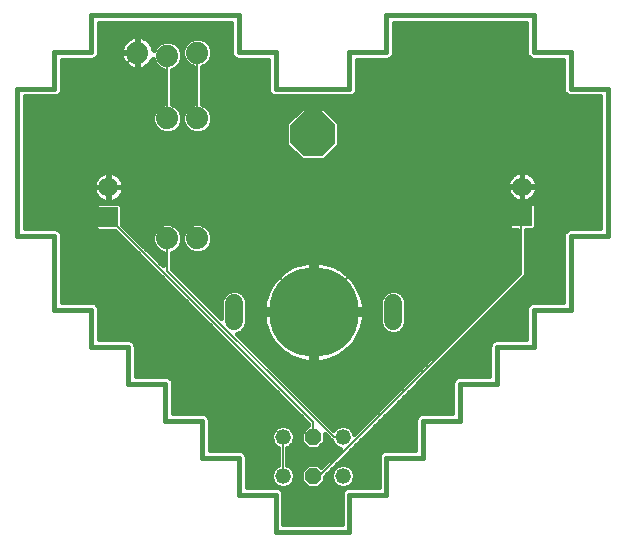
<source format=gtl>
G75*
%MOIN*%
%OFA0B0*%
%FSLAX25Y25*%
%IPPOS*%
%LPD*%
%AMOC8*
5,1,8,0,0,1.08239X$1,22.5*
%
%ADD10C,0.01600*%
%ADD11C,0.06000*%
%ADD12C,0.30000*%
%ADD13R,0.06500X0.06500*%
%ADD14C,0.06500*%
%ADD15C,0.07400*%
%ADD16OC8,0.15000*%
%ADD17OC8,0.05200*%
%ADD18C,0.05200*%
%ADD19C,0.00500*%
D10*
X0087922Y0075619D02*
X0087922Y0087922D01*
X0075619Y0087922D01*
X0075619Y0100225D01*
X0063316Y0100225D01*
X0063316Y0124831D01*
X0051013Y0124831D01*
X0051013Y0174044D01*
X0063316Y0174044D01*
X0063316Y0186347D01*
X0075619Y0186347D01*
X0075619Y0198650D01*
X0124831Y0198650D01*
X0124831Y0186347D01*
X0137135Y0186347D01*
X0137135Y0174044D01*
X0161741Y0174044D01*
X0161741Y0186347D01*
X0174044Y0186347D01*
X0174044Y0198650D01*
X0223257Y0198650D01*
X0223257Y0186347D01*
X0235560Y0186347D01*
X0235560Y0174044D01*
X0247863Y0174044D01*
X0247863Y0124831D01*
X0235560Y0124831D01*
X0235560Y0100225D01*
X0223257Y0100225D01*
X0223257Y0087922D01*
X0210954Y0087922D01*
X0210954Y0075619D01*
X0198650Y0075619D01*
X0198650Y0063316D01*
X0186347Y0063316D01*
X0186347Y0051013D01*
X0174044Y0051013D01*
X0174044Y0038709D01*
X0161741Y0038709D01*
X0161741Y0026406D01*
X0137135Y0026406D01*
X0137135Y0038709D01*
X0124831Y0038709D01*
X0124831Y0051013D01*
X0112528Y0051013D01*
X0112528Y0063316D01*
X0100225Y0063316D01*
X0100225Y0075619D01*
X0087922Y0075619D01*
X0090522Y0078219D02*
X0090522Y0088439D01*
X0090126Y0089395D01*
X0089395Y0090126D01*
X0088439Y0090522D01*
X0078219Y0090522D01*
X0078219Y0100742D01*
X0077823Y0101698D01*
X0077092Y0102429D01*
X0076136Y0102825D01*
X0065916Y0102825D01*
X0065916Y0125349D01*
X0065520Y0126304D01*
X0064789Y0127036D01*
X0063833Y0127431D01*
X0053613Y0127431D01*
X0053613Y0171444D01*
X0062799Y0171444D01*
X0063833Y0171444D01*
X0064789Y0171840D01*
X0065520Y0172571D01*
X0065916Y0173527D01*
X0065916Y0183747D01*
X0076136Y0183747D01*
X0077092Y0184143D01*
X0077823Y0184874D01*
X0078219Y0185830D01*
X0078219Y0196050D01*
X0122231Y0196050D01*
X0122231Y0185830D01*
X0122627Y0184874D01*
X0123359Y0184143D01*
X0124314Y0183747D01*
X0134535Y0183747D01*
X0134535Y0173527D01*
X0134930Y0172571D01*
X0135662Y0171840D01*
X0136617Y0171444D01*
X0162258Y0171444D01*
X0163214Y0171840D01*
X0163945Y0172571D01*
X0164341Y0173527D01*
X0164341Y0183747D01*
X0174561Y0183747D01*
X0175517Y0184143D01*
X0176248Y0184874D01*
X0176644Y0185830D01*
X0176644Y0196050D01*
X0220657Y0196050D01*
X0220657Y0185830D01*
X0221053Y0184874D01*
X0221784Y0184143D01*
X0222740Y0183747D01*
X0232960Y0183747D01*
X0232960Y0173527D01*
X0233356Y0172571D01*
X0234087Y0171840D01*
X0235043Y0171444D01*
X0245263Y0171444D01*
X0245263Y0127431D01*
X0235043Y0127431D01*
X0234087Y0127036D01*
X0233356Y0126304D01*
X0232960Y0125349D01*
X0232960Y0102825D01*
X0222740Y0102825D01*
X0221784Y0102429D01*
X0221053Y0101698D01*
X0220657Y0100742D01*
X0220657Y0090522D01*
X0210436Y0090522D01*
X0209481Y0090126D01*
X0208749Y0089395D01*
X0208354Y0088439D01*
X0208354Y0078219D01*
X0198133Y0078219D01*
X0197178Y0077823D01*
X0196446Y0077092D01*
X0196050Y0076136D01*
X0196050Y0065916D01*
X0185830Y0065916D01*
X0184874Y0065520D01*
X0184143Y0064789D01*
X0183747Y0063833D01*
X0183747Y0053613D01*
X0173527Y0053613D01*
X0172571Y0053217D01*
X0171840Y0052485D01*
X0171444Y0051530D01*
X0171444Y0041309D01*
X0161224Y0041309D01*
X0160268Y0040914D01*
X0159537Y0040182D01*
X0159141Y0039227D01*
X0159141Y0029006D01*
X0139735Y0029006D01*
X0139735Y0039227D01*
X0139339Y0040182D01*
X0138607Y0040914D01*
X0137652Y0041309D01*
X0127431Y0041309D01*
X0127431Y0051530D01*
X0127036Y0052485D01*
X0126304Y0053217D01*
X0125349Y0053613D01*
X0115128Y0053613D01*
X0115128Y0063833D01*
X0114733Y0064789D01*
X0114001Y0065520D01*
X0113046Y0065916D01*
X0102825Y0065916D01*
X0102825Y0076136D01*
X0102429Y0077092D01*
X0101698Y0077823D01*
X0100742Y0078219D01*
X0090522Y0078219D01*
X0090522Y0079157D02*
X0131070Y0079157D01*
X0132668Y0077559D02*
X0101962Y0077559D01*
X0102825Y0075960D02*
X0134267Y0075960D01*
X0135865Y0074362D02*
X0102825Y0074362D01*
X0102825Y0072763D02*
X0137464Y0072763D01*
X0139062Y0071165D02*
X0102825Y0071165D01*
X0102825Y0069566D02*
X0140661Y0069566D01*
X0142259Y0067968D02*
X0102825Y0067968D01*
X0102825Y0066369D02*
X0143858Y0066369D01*
X0145456Y0064771D02*
X0114740Y0064771D01*
X0115128Y0063172D02*
X0147055Y0063172D01*
X0147963Y0062264D02*
X0147963Y0061776D01*
X0147937Y0061776D01*
X0145652Y0059491D01*
X0145652Y0056260D01*
X0147937Y0053976D01*
X0151167Y0053976D01*
X0153452Y0056260D01*
X0153452Y0058775D01*
X0155871Y0056356D01*
X0155960Y0056356D01*
X0156246Y0055667D01*
X0157343Y0054570D01*
X0158503Y0054089D01*
X0152183Y0047768D01*
X0151167Y0048784D01*
X0147937Y0048784D01*
X0145652Y0046499D01*
X0145652Y0043268D01*
X0147937Y0040984D01*
X0151167Y0040984D01*
X0153452Y0043268D01*
X0153452Y0044654D01*
X0219655Y0110856D01*
X0220563Y0111764D01*
X0220563Y0126875D01*
X0223127Y0126875D01*
X0223888Y0127637D01*
X0223888Y0135214D01*
X0223127Y0135975D01*
X0215550Y0135975D01*
X0214789Y0135214D01*
X0214789Y0127637D01*
X0215550Y0126875D01*
X0217463Y0126875D01*
X0217463Y0113048D01*
X0163339Y0058925D01*
X0162858Y0060085D01*
X0161761Y0061182D01*
X0160328Y0061776D01*
X0158776Y0061776D01*
X0157343Y0061182D01*
X0156386Y0060225D01*
X0124244Y0092367D01*
X0125758Y0092995D01*
X0126968Y0094204D01*
X0127622Y0095785D01*
X0127622Y0103495D01*
X0126968Y0105076D01*
X0125758Y0106285D01*
X0124178Y0106940D01*
X0122467Y0106940D01*
X0120887Y0106285D01*
X0119677Y0105076D01*
X0119022Y0103495D01*
X0119022Y0097589D01*
X0102563Y0114048D01*
X0102563Y0119333D01*
X0103845Y0119864D01*
X0105251Y0121271D01*
X0106013Y0123109D01*
X0106774Y0121271D01*
X0108180Y0119864D01*
X0110018Y0119103D01*
X0112007Y0119103D01*
X0113845Y0119864D01*
X0115251Y0121271D01*
X0116013Y0123109D01*
X0116013Y0125098D01*
X0115251Y0126935D01*
X0113845Y0128342D01*
X0112007Y0129103D01*
X0110018Y0129103D01*
X0108180Y0128342D01*
X0106774Y0126935D01*
X0106013Y0125098D01*
X0106013Y0123109D01*
X0106013Y0125098D01*
X0105251Y0126935D01*
X0103845Y0128342D01*
X0102007Y0129103D01*
X0100018Y0129103D01*
X0098180Y0128342D01*
X0096774Y0126935D01*
X0096013Y0125098D01*
X0096013Y0123109D01*
X0096774Y0121271D01*
X0098180Y0119864D01*
X0099463Y0119333D01*
X0099463Y0115148D01*
X0085957Y0128654D01*
X0085957Y0135048D01*
X0085196Y0135810D01*
X0077619Y0135810D01*
X0076857Y0135048D01*
X0076857Y0127472D01*
X0077619Y0126710D01*
X0083517Y0126710D01*
X0147963Y0062264D01*
X0147734Y0061574D02*
X0140816Y0061574D01*
X0140328Y0061776D02*
X0141761Y0061182D01*
X0142858Y0060085D01*
X0143452Y0058652D01*
X0143452Y0057100D01*
X0142858Y0055667D01*
X0141761Y0054570D01*
X0141063Y0054280D01*
X0141063Y0048479D01*
X0141761Y0048190D01*
X0142858Y0047093D01*
X0143452Y0045659D01*
X0143452Y0044108D01*
X0142858Y0042675D01*
X0141761Y0041577D01*
X0140328Y0040984D01*
X0138776Y0040984D01*
X0137343Y0041577D01*
X0136246Y0042675D01*
X0135652Y0044108D01*
X0135652Y0045659D01*
X0136246Y0047093D01*
X0137343Y0048190D01*
X0137963Y0048447D01*
X0137963Y0054313D01*
X0137343Y0054570D01*
X0136246Y0055667D01*
X0135652Y0057100D01*
X0135652Y0058652D01*
X0136246Y0060085D01*
X0137343Y0061182D01*
X0138776Y0061776D01*
X0140328Y0061776D01*
X0138288Y0061574D02*
X0115128Y0061574D01*
X0115128Y0059975D02*
X0136200Y0059975D01*
X0135652Y0058377D02*
X0115128Y0058377D01*
X0115128Y0056778D02*
X0135785Y0056778D01*
X0136733Y0055180D02*
X0115128Y0055180D01*
X0125425Y0053581D02*
X0137963Y0053581D01*
X0137963Y0051982D02*
X0127244Y0051982D01*
X0127431Y0050384D02*
X0137963Y0050384D01*
X0137963Y0048785D02*
X0127431Y0048785D01*
X0127431Y0047187D02*
X0136340Y0047187D01*
X0135652Y0045588D02*
X0127431Y0045588D01*
X0127431Y0043990D02*
X0135701Y0043990D01*
X0136529Y0042391D02*
X0127431Y0042391D01*
X0138728Y0040793D02*
X0160147Y0040793D01*
X0160328Y0040984D02*
X0161761Y0041577D01*
X0162858Y0042675D01*
X0163452Y0044108D01*
X0163452Y0045659D01*
X0162858Y0047093D01*
X0161761Y0048190D01*
X0160328Y0048784D01*
X0158776Y0048784D01*
X0157343Y0048190D01*
X0156246Y0047093D01*
X0155652Y0045659D01*
X0155652Y0044108D01*
X0156246Y0042675D01*
X0157343Y0041577D01*
X0158776Y0040984D01*
X0160328Y0040984D01*
X0159141Y0039194D02*
X0139735Y0039194D01*
X0139735Y0037596D02*
X0159141Y0037596D01*
X0159141Y0035997D02*
X0139735Y0035997D01*
X0139735Y0034399D02*
X0159141Y0034399D01*
X0159141Y0032800D02*
X0139735Y0032800D01*
X0139735Y0031202D02*
X0159141Y0031202D01*
X0159141Y0029603D02*
X0139735Y0029603D01*
X0142575Y0042391D02*
X0146529Y0042391D01*
X0145652Y0043990D02*
X0143403Y0043990D01*
X0143452Y0045588D02*
X0145652Y0045588D01*
X0146340Y0047187D02*
X0142764Y0047187D01*
X0141063Y0048785D02*
X0153200Y0048785D01*
X0154798Y0050384D02*
X0141063Y0050384D01*
X0141063Y0051982D02*
X0156397Y0051982D01*
X0157995Y0053581D02*
X0141063Y0053581D01*
X0142371Y0055180D02*
X0146733Y0055180D01*
X0145652Y0056778D02*
X0143319Y0056778D01*
X0143452Y0058377D02*
X0145652Y0058377D01*
X0146136Y0059975D02*
X0142904Y0059975D01*
X0150242Y0066369D02*
X0170783Y0066369D01*
X0169185Y0064771D02*
X0151840Y0064771D01*
X0153439Y0063172D02*
X0167586Y0063172D01*
X0165988Y0061574D02*
X0160816Y0061574D01*
X0158288Y0061574D02*
X0155037Y0061574D01*
X0153850Y0058377D02*
X0153452Y0058377D01*
X0153452Y0056778D02*
X0155449Y0056778D01*
X0156733Y0055180D02*
X0152371Y0055180D01*
X0157584Y0048785D02*
X0171444Y0048785D01*
X0171444Y0047187D02*
X0162764Y0047187D01*
X0163452Y0045588D02*
X0171444Y0045588D01*
X0171444Y0043990D02*
X0163403Y0043990D01*
X0162575Y0042391D02*
X0171444Y0042391D01*
X0171444Y0050384D02*
X0159182Y0050384D01*
X0160781Y0051982D02*
X0171632Y0051982D01*
X0173451Y0053581D02*
X0162379Y0053581D01*
X0163978Y0055180D02*
X0183747Y0055180D01*
X0183747Y0056778D02*
X0165576Y0056778D01*
X0167175Y0058377D02*
X0183747Y0058377D01*
X0183747Y0059975D02*
X0168773Y0059975D01*
X0170372Y0061574D02*
X0183747Y0061574D01*
X0183747Y0063172D02*
X0171970Y0063172D01*
X0173569Y0064771D02*
X0184136Y0064771D01*
X0178364Y0069566D02*
X0196050Y0069566D01*
X0196050Y0067968D02*
X0176766Y0067968D01*
X0175167Y0066369D02*
X0196050Y0066369D01*
X0196050Y0071165D02*
X0179963Y0071165D01*
X0181561Y0072763D02*
X0196050Y0072763D01*
X0196050Y0074362D02*
X0183160Y0074362D01*
X0184758Y0075960D02*
X0196050Y0075960D01*
X0196913Y0077559D02*
X0186357Y0077559D01*
X0187955Y0079157D02*
X0208354Y0079157D01*
X0208354Y0080756D02*
X0189554Y0080756D01*
X0191153Y0082354D02*
X0208354Y0082354D01*
X0208354Y0083953D02*
X0192751Y0083953D01*
X0194350Y0085551D02*
X0208354Y0085551D01*
X0208354Y0087150D02*
X0195948Y0087150D01*
X0197547Y0088748D02*
X0208482Y0088748D01*
X0210013Y0090347D02*
X0199145Y0090347D01*
X0200744Y0091945D02*
X0220657Y0091945D01*
X0220657Y0093544D02*
X0202342Y0093544D01*
X0203941Y0095142D02*
X0220657Y0095142D01*
X0220657Y0096741D02*
X0205539Y0096741D01*
X0207138Y0098339D02*
X0220657Y0098339D01*
X0220657Y0099938D02*
X0208736Y0099938D01*
X0210335Y0101536D02*
X0220986Y0101536D01*
X0215130Y0106332D02*
X0232960Y0106332D01*
X0232960Y0107930D02*
X0216729Y0107930D01*
X0218327Y0109529D02*
X0232960Y0109529D01*
X0232960Y0111127D02*
X0219926Y0111127D01*
X0220563Y0112726D02*
X0232960Y0112726D01*
X0232960Y0114324D02*
X0220563Y0114324D01*
X0220563Y0115923D02*
X0232960Y0115923D01*
X0232960Y0117521D02*
X0220563Y0117521D01*
X0220563Y0119120D02*
X0232960Y0119120D01*
X0232960Y0120718D02*
X0220563Y0120718D01*
X0220563Y0122317D02*
X0232960Y0122317D01*
X0232960Y0123915D02*
X0220563Y0123915D01*
X0220563Y0125514D02*
X0233028Y0125514D01*
X0234273Y0127113D02*
X0223364Y0127113D01*
X0223888Y0128711D02*
X0245263Y0128711D01*
X0245263Y0130310D02*
X0223888Y0130310D01*
X0223888Y0131908D02*
X0245263Y0131908D01*
X0245263Y0133507D02*
X0223888Y0133507D01*
X0223888Y0135105D02*
X0245263Y0135105D01*
X0245263Y0136704D02*
X0221154Y0136704D01*
X0221277Y0136744D02*
X0221985Y0137104D01*
X0222628Y0137572D01*
X0223190Y0138134D01*
X0223658Y0138777D01*
X0224019Y0139485D01*
X0224264Y0140241D01*
X0224388Y0141026D01*
X0224388Y0141349D01*
X0219414Y0141349D01*
X0219414Y0141499D01*
X0219263Y0141499D01*
X0219263Y0141349D01*
X0214289Y0141349D01*
X0214289Y0141026D01*
X0214413Y0140241D01*
X0214658Y0139485D01*
X0215019Y0138777D01*
X0215487Y0138134D01*
X0216049Y0137572D01*
X0216692Y0137104D01*
X0217400Y0136744D01*
X0218156Y0136498D01*
X0218941Y0136374D01*
X0219263Y0136374D01*
X0219263Y0141349D01*
X0219414Y0141349D01*
X0219414Y0136374D01*
X0219736Y0136374D01*
X0220521Y0136498D01*
X0221277Y0136744D01*
X0219414Y0136704D02*
X0219263Y0136704D01*
X0219263Y0138302D02*
X0219414Y0138302D01*
X0219414Y0139901D02*
X0219263Y0139901D01*
X0219263Y0141499D02*
X0214289Y0141499D01*
X0086457Y0141499D01*
X0086457Y0141656D02*
X0086333Y0142441D01*
X0086087Y0143197D01*
X0085726Y0143905D01*
X0085259Y0144548D01*
X0084697Y0145110D01*
X0084054Y0145578D01*
X0083346Y0145938D01*
X0082590Y0146184D01*
X0081805Y0146308D01*
X0081482Y0146308D01*
X0081482Y0141334D01*
X0081332Y0141334D01*
X0081332Y0146308D01*
X0081010Y0146308D01*
X0080225Y0146184D01*
X0079469Y0145938D01*
X0078760Y0145578D01*
X0078117Y0145110D01*
X0077555Y0144548D01*
X0077088Y0143905D01*
X0076727Y0143197D01*
X0076482Y0142441D01*
X0076357Y0141656D01*
X0076357Y0141333D01*
X0081332Y0141333D01*
X0081332Y0141183D01*
X0081482Y0141183D01*
X0081482Y0136208D01*
X0081805Y0136208D01*
X0082590Y0136333D01*
X0083346Y0136578D01*
X0084054Y0136939D01*
X0084697Y0137407D01*
X0085259Y0137969D01*
X0085726Y0138612D01*
X0086087Y0139320D01*
X0086333Y0140076D01*
X0086457Y0140861D01*
X0086457Y0141183D01*
X0081482Y0141183D01*
X0081482Y0141333D01*
X0086457Y0141333D01*
X0086457Y0141656D01*
X0086120Y0143098D02*
X0214573Y0143098D01*
X0214658Y0143362D02*
X0214413Y0142606D01*
X0214289Y0141821D01*
X0214289Y0141499D01*
X0214523Y0139901D02*
X0086276Y0139901D01*
X0085501Y0138302D02*
X0215364Y0138302D01*
X0217523Y0136704D02*
X0083591Y0136704D01*
X0081482Y0136704D02*
X0081332Y0136704D01*
X0081332Y0136208D02*
X0081332Y0141183D01*
X0076357Y0141183D01*
X0076357Y0140861D01*
X0076482Y0140076D01*
X0076727Y0139320D01*
X0077088Y0138612D01*
X0077555Y0137969D01*
X0078117Y0137407D01*
X0078760Y0136939D01*
X0079469Y0136578D01*
X0080225Y0136333D01*
X0081010Y0136208D01*
X0081332Y0136208D01*
X0081332Y0138302D02*
X0081482Y0138302D01*
X0081482Y0139901D02*
X0081332Y0139901D01*
X0081332Y0141499D02*
X0081482Y0141499D01*
X0081482Y0143098D02*
X0081332Y0143098D01*
X0081332Y0144696D02*
X0081482Y0144696D01*
X0081482Y0146295D02*
X0081332Y0146295D01*
X0080923Y0146295D02*
X0053613Y0146295D01*
X0053613Y0147893D02*
X0245263Y0147893D01*
X0245263Y0146295D02*
X0220689Y0146295D01*
X0220521Y0146349D02*
X0219736Y0146474D01*
X0219414Y0146474D01*
X0219414Y0141499D01*
X0224388Y0141499D01*
X0245263Y0141499D01*
X0245263Y0139901D02*
X0224154Y0139901D01*
X0224388Y0141499D02*
X0224388Y0141821D01*
X0224264Y0142606D01*
X0224019Y0143362D01*
X0223658Y0144070D01*
X0223190Y0144713D01*
X0222628Y0145276D01*
X0221985Y0145743D01*
X0221277Y0146104D01*
X0220521Y0146349D01*
X0219414Y0146295D02*
X0219263Y0146295D01*
X0219263Y0146474D02*
X0218941Y0146474D01*
X0218156Y0146349D01*
X0217400Y0146104D01*
X0216692Y0145743D01*
X0216049Y0145276D01*
X0215487Y0144713D01*
X0215019Y0144070D01*
X0214658Y0143362D01*
X0215474Y0144696D02*
X0085111Y0144696D01*
X0081892Y0146295D02*
X0217988Y0146295D01*
X0219263Y0146474D02*
X0219263Y0141499D01*
X0219414Y0141499D01*
X0219414Y0143098D02*
X0219263Y0143098D01*
X0219263Y0144696D02*
X0219414Y0144696D01*
X0223203Y0144696D02*
X0245263Y0144696D01*
X0245263Y0143098D02*
X0224104Y0143098D01*
X0223313Y0138302D02*
X0245263Y0138302D01*
X0245263Y0149492D02*
X0053613Y0149492D01*
X0053613Y0151090D02*
X0144932Y0151090D01*
X0145893Y0150129D02*
X0153183Y0150129D01*
X0158338Y0155284D01*
X0158338Y0162574D01*
X0153183Y0167729D01*
X0145893Y0167729D01*
X0140738Y0162574D01*
X0140738Y0155284D01*
X0145893Y0150129D01*
X0143334Y0152689D02*
X0053613Y0152689D01*
X0053613Y0154287D02*
X0141735Y0154287D01*
X0140738Y0155886D02*
X0053613Y0155886D01*
X0053613Y0157484D02*
X0140738Y0157484D01*
X0140738Y0159083D02*
X0053613Y0159083D01*
X0053613Y0160681D02*
X0097363Y0160681D01*
X0096774Y0161271D02*
X0098180Y0159864D01*
X0100018Y0159103D01*
X0102007Y0159103D01*
X0103845Y0159864D01*
X0105251Y0161271D01*
X0106013Y0163109D01*
X0106013Y0165098D01*
X0106013Y0163109D01*
X0106774Y0161271D01*
X0108180Y0159864D01*
X0110018Y0159103D01*
X0112007Y0159103D01*
X0113845Y0159864D01*
X0115251Y0161271D01*
X0116013Y0163109D01*
X0116013Y0165098D01*
X0115251Y0166935D01*
X0113845Y0168342D01*
X0112563Y0168873D01*
X0112563Y0181310D01*
X0113845Y0181841D01*
X0115251Y0183248D01*
X0116013Y0185085D01*
X0116013Y0187074D01*
X0115251Y0188912D01*
X0113845Y0190319D01*
X0112007Y0191080D01*
X0110018Y0191080D01*
X0108180Y0190319D01*
X0106774Y0188912D01*
X0106013Y0187074D01*
X0106013Y0185085D01*
X0106774Y0183248D01*
X0108180Y0181841D01*
X0109463Y0181310D01*
X0109463Y0168873D01*
X0108180Y0168342D01*
X0106774Y0166935D01*
X0106013Y0165098D01*
X0105251Y0166935D01*
X0103845Y0168342D01*
X0102563Y0168873D01*
X0102563Y0180310D01*
X0103845Y0180841D01*
X0105251Y0182248D01*
X0106013Y0184085D01*
X0106013Y0186074D01*
X0105251Y0187912D01*
X0103845Y0189319D01*
X0102007Y0190080D01*
X0100018Y0190080D01*
X0098180Y0189319D01*
X0096774Y0187912D01*
X0096424Y0187069D01*
X0096377Y0187368D01*
X0096110Y0188191D01*
X0095717Y0188963D01*
X0095208Y0189663D01*
X0094596Y0190275D01*
X0093895Y0190784D01*
X0093124Y0191177D01*
X0092301Y0191444D01*
X0091445Y0191580D01*
X0091213Y0191580D01*
X0091213Y0186280D01*
X0090813Y0186280D01*
X0090813Y0191580D01*
X0090580Y0191580D01*
X0089725Y0191444D01*
X0088901Y0191177D01*
X0088130Y0190784D01*
X0087430Y0190275D01*
X0086817Y0189663D01*
X0086309Y0188963D01*
X0085916Y0188191D01*
X0085648Y0187368D01*
X0085513Y0186513D01*
X0085513Y0186280D01*
X0090813Y0186280D01*
X0090813Y0185880D01*
X0091213Y0185880D01*
X0091213Y0180580D01*
X0091445Y0180580D01*
X0092301Y0180715D01*
X0093124Y0180983D01*
X0093895Y0181376D01*
X0094596Y0181885D01*
X0095208Y0182497D01*
X0095717Y0183197D01*
X0096083Y0183916D01*
X0096774Y0182248D01*
X0098180Y0180841D01*
X0099463Y0180310D01*
X0099463Y0168873D01*
X0098180Y0168342D01*
X0096774Y0166935D01*
X0096013Y0165098D01*
X0096013Y0163109D01*
X0096774Y0161271D01*
X0096356Y0162280D02*
X0053613Y0162280D01*
X0053613Y0163878D02*
X0096013Y0163878D01*
X0096170Y0165477D02*
X0053613Y0165477D01*
X0053613Y0167075D02*
X0096914Y0167075D01*
X0098982Y0168674D02*
X0053613Y0168674D01*
X0053613Y0170272D02*
X0099463Y0170272D01*
X0099463Y0171871D02*
X0064819Y0171871D01*
X0065892Y0173469D02*
X0099463Y0173469D01*
X0099463Y0175068D02*
X0065916Y0175068D01*
X0065916Y0176666D02*
X0099463Y0176666D01*
X0099463Y0178265D02*
X0065916Y0178265D01*
X0065916Y0179863D02*
X0099463Y0179863D01*
X0097560Y0181462D02*
X0094014Y0181462D01*
X0095617Y0183060D02*
X0096437Y0183060D01*
X0096219Y0187856D02*
X0096751Y0187856D01*
X0095359Y0189454D02*
X0098508Y0189454D01*
X0093367Y0191053D02*
X0109953Y0191053D01*
X0112072Y0191053D02*
X0122231Y0191053D01*
X0122231Y0192651D02*
X0078219Y0192651D01*
X0078219Y0191053D02*
X0088658Y0191053D01*
X0090813Y0191053D02*
X0091213Y0191053D01*
X0091213Y0189454D02*
X0090813Y0189454D01*
X0090813Y0187856D02*
X0091213Y0187856D01*
X0090813Y0186257D02*
X0078219Y0186257D01*
X0078219Y0187856D02*
X0085807Y0187856D01*
X0086666Y0189454D02*
X0078219Y0189454D01*
X0078219Y0194250D02*
X0122231Y0194250D01*
X0122231Y0195848D02*
X0078219Y0195848D01*
X0085513Y0185880D02*
X0085513Y0185647D01*
X0085648Y0184792D01*
X0085916Y0183969D01*
X0086309Y0183197D01*
X0086817Y0182497D01*
X0087430Y0181885D01*
X0088130Y0181376D01*
X0088901Y0180983D01*
X0089725Y0180715D01*
X0090580Y0180580D01*
X0090813Y0180580D01*
X0090813Y0185880D01*
X0085513Y0185880D01*
X0085691Y0184659D02*
X0077608Y0184659D01*
X0086408Y0183060D02*
X0065916Y0183060D01*
X0065916Y0181462D02*
X0088012Y0181462D01*
X0090813Y0181462D02*
X0091213Y0181462D01*
X0091213Y0183060D02*
X0090813Y0183060D01*
X0090813Y0184659D02*
X0091213Y0184659D01*
X0102563Y0179863D02*
X0109463Y0179863D01*
X0109463Y0178265D02*
X0102563Y0178265D01*
X0102563Y0176666D02*
X0109463Y0176666D01*
X0109463Y0175068D02*
X0102563Y0175068D01*
X0102563Y0173469D02*
X0109463Y0173469D01*
X0109463Y0171871D02*
X0102563Y0171871D01*
X0102563Y0170272D02*
X0109463Y0170272D01*
X0108982Y0168674D02*
X0103044Y0168674D01*
X0105112Y0167075D02*
X0106914Y0167075D01*
X0106170Y0165477D02*
X0105856Y0165477D01*
X0106013Y0163878D02*
X0106013Y0163878D01*
X0105669Y0162280D02*
X0106356Y0162280D01*
X0107363Y0160681D02*
X0104662Y0160681D01*
X0114662Y0160681D02*
X0140738Y0160681D01*
X0140738Y0162280D02*
X0115669Y0162280D01*
X0116013Y0163878D02*
X0142042Y0163878D01*
X0143641Y0165477D02*
X0115856Y0165477D01*
X0115112Y0167075D02*
X0145239Y0167075D01*
X0135631Y0171871D02*
X0112563Y0171871D01*
X0112563Y0173469D02*
X0134558Y0173469D01*
X0134535Y0175068D02*
X0112563Y0175068D01*
X0112563Y0176666D02*
X0134535Y0176666D01*
X0134535Y0178265D02*
X0112563Y0178265D01*
X0112563Y0179863D02*
X0134535Y0179863D01*
X0134535Y0181462D02*
X0112929Y0181462D01*
X0115064Y0183060D02*
X0134535Y0183060D01*
X0122843Y0184659D02*
X0115836Y0184659D01*
X0116013Y0186257D02*
X0122231Y0186257D01*
X0122231Y0187856D02*
X0115689Y0187856D01*
X0114709Y0189454D02*
X0122231Y0189454D01*
X0107316Y0189454D02*
X0103517Y0189454D01*
X0105275Y0187856D02*
X0106336Y0187856D01*
X0106013Y0186257D02*
X0105937Y0186257D01*
X0106013Y0184659D02*
X0106189Y0184659D01*
X0105588Y0183060D02*
X0106961Y0183060D01*
X0109096Y0181462D02*
X0104466Y0181462D01*
X0112563Y0170272D02*
X0245263Y0170272D01*
X0245263Y0168674D02*
X0113044Y0168674D01*
X0077703Y0144696D02*
X0053613Y0144696D01*
X0053613Y0143098D02*
X0076695Y0143098D01*
X0076357Y0141499D02*
X0053613Y0141499D01*
X0053613Y0139901D02*
X0076539Y0139901D01*
X0077313Y0138302D02*
X0053613Y0138302D01*
X0053613Y0136704D02*
X0079223Y0136704D01*
X0076914Y0135105D02*
X0053613Y0135105D01*
X0053613Y0133507D02*
X0076857Y0133507D01*
X0076857Y0131908D02*
X0053613Y0131908D01*
X0053613Y0130310D02*
X0076857Y0130310D01*
X0076857Y0128711D02*
X0053613Y0128711D01*
X0064603Y0127113D02*
X0077216Y0127113D01*
X0084713Y0125514D02*
X0065847Y0125514D01*
X0065916Y0123915D02*
X0086311Y0123915D01*
X0087910Y0122317D02*
X0065916Y0122317D01*
X0065916Y0120718D02*
X0089508Y0120718D01*
X0091107Y0119120D02*
X0065916Y0119120D01*
X0065916Y0117521D02*
X0092705Y0117521D01*
X0094304Y0115923D02*
X0065916Y0115923D01*
X0065916Y0114324D02*
X0095902Y0114324D01*
X0097501Y0112726D02*
X0065916Y0112726D01*
X0065916Y0111127D02*
X0099099Y0111127D01*
X0100698Y0109529D02*
X0065916Y0109529D01*
X0065916Y0107930D02*
X0102296Y0107930D01*
X0103895Y0106332D02*
X0065916Y0106332D01*
X0065916Y0104733D02*
X0105494Y0104733D01*
X0107092Y0103135D02*
X0065916Y0103135D01*
X0077890Y0101536D02*
X0108691Y0101536D01*
X0110289Y0099938D02*
X0078219Y0099938D01*
X0078219Y0098339D02*
X0111888Y0098339D01*
X0113486Y0096741D02*
X0078219Y0096741D01*
X0078219Y0095142D02*
X0115085Y0095142D01*
X0116683Y0093544D02*
X0078219Y0093544D01*
X0078219Y0091945D02*
X0118282Y0091945D01*
X0119880Y0090347D02*
X0088862Y0090347D01*
X0090394Y0088748D02*
X0121479Y0088748D01*
X0123077Y0087150D02*
X0090522Y0087150D01*
X0090522Y0085551D02*
X0124676Y0085551D01*
X0126274Y0083953D02*
X0090522Y0083953D01*
X0090522Y0082354D02*
X0127873Y0082354D01*
X0129471Y0080756D02*
X0090522Y0080756D01*
X0115075Y0101536D02*
X0119022Y0101536D01*
X0119022Y0099938D02*
X0116673Y0099938D01*
X0118272Y0098339D02*
X0119022Y0098339D01*
X0119022Y0103135D02*
X0113476Y0103135D01*
X0111878Y0104733D02*
X0119535Y0104733D01*
X0120999Y0106332D02*
X0110279Y0106332D01*
X0108681Y0107930D02*
X0135210Y0107930D01*
X0134906Y0107405D02*
X0134286Y0106075D01*
X0133785Y0104697D01*
X0133405Y0103280D01*
X0133150Y0101835D01*
X0133028Y0100440D01*
X0149022Y0100440D01*
X0149022Y0098840D01*
X0133028Y0098840D01*
X0133150Y0097445D01*
X0133405Y0096000D01*
X0133785Y0094583D01*
X0134286Y0093205D01*
X0134906Y0091875D01*
X0135640Y0090605D01*
X0136481Y0089403D01*
X0137424Y0088279D01*
X0138462Y0087242D01*
X0139585Y0086299D01*
X0140787Y0085458D01*
X0142058Y0084724D01*
X0143387Y0084104D01*
X0144766Y0083602D01*
X0146183Y0083223D01*
X0147627Y0082968D01*
X0149022Y0082846D01*
X0149022Y0098840D01*
X0150622Y0098840D01*
X0150622Y0082846D01*
X0152017Y0082968D01*
X0153462Y0083223D01*
X0154879Y0083602D01*
X0156257Y0084104D01*
X0157587Y0084724D01*
X0158858Y0085458D01*
X0160059Y0086299D01*
X0161183Y0087242D01*
X0162220Y0088279D01*
X0163163Y0089403D01*
X0164005Y0090605D01*
X0164738Y0091875D01*
X0165358Y0093205D01*
X0165860Y0094583D01*
X0166240Y0096000D01*
X0166494Y0097445D01*
X0166616Y0098840D01*
X0150622Y0098840D01*
X0150622Y0100440D01*
X0149022Y0100440D01*
X0149022Y0116434D01*
X0147627Y0116312D01*
X0146183Y0116057D01*
X0144766Y0115678D01*
X0143387Y0115176D01*
X0142058Y0114556D01*
X0140787Y0113822D01*
X0139585Y0112981D01*
X0138462Y0112038D01*
X0137424Y0111001D01*
X0136481Y0109877D01*
X0135640Y0108675D01*
X0134906Y0107405D01*
X0134406Y0106332D02*
X0125646Y0106332D01*
X0127109Y0104733D02*
X0133798Y0104733D01*
X0133379Y0103135D02*
X0127622Y0103135D01*
X0127622Y0101536D02*
X0133124Y0101536D01*
X0133072Y0098339D02*
X0127622Y0098339D01*
X0127622Y0096741D02*
X0133274Y0096741D01*
X0133635Y0095142D02*
X0127356Y0095142D01*
X0126307Y0093544D02*
X0134163Y0093544D01*
X0134874Y0091945D02*
X0124666Y0091945D01*
X0126264Y0090347D02*
X0135820Y0090347D01*
X0137031Y0088748D02*
X0127863Y0088748D01*
X0129461Y0087150D02*
X0138571Y0087150D01*
X0140653Y0085551D02*
X0131060Y0085551D01*
X0132658Y0083953D02*
X0143803Y0083953D01*
X0149022Y0083953D02*
X0150622Y0083953D01*
X0150622Y0085551D02*
X0149022Y0085551D01*
X0149022Y0087150D02*
X0150622Y0087150D01*
X0150622Y0088748D02*
X0149022Y0088748D01*
X0149022Y0090347D02*
X0150622Y0090347D01*
X0150622Y0091945D02*
X0149022Y0091945D01*
X0149022Y0093544D02*
X0150622Y0093544D01*
X0150622Y0095142D02*
X0149022Y0095142D01*
X0149022Y0096741D02*
X0150622Y0096741D01*
X0150622Y0098339D02*
X0149022Y0098339D01*
X0149022Y0099938D02*
X0127622Y0099938D01*
X0136238Y0109529D02*
X0107082Y0109529D01*
X0105484Y0111127D02*
X0137551Y0111127D01*
X0139281Y0112726D02*
X0103885Y0112726D01*
X0102563Y0114324D02*
X0141656Y0114324D01*
X0145681Y0115923D02*
X0102563Y0115923D01*
X0102563Y0117521D02*
X0217463Y0117521D01*
X0217463Y0115923D02*
X0153964Y0115923D01*
X0153462Y0116057D02*
X0154879Y0115678D01*
X0156257Y0115176D01*
X0157587Y0114556D01*
X0158858Y0113822D01*
X0160059Y0112981D01*
X0161183Y0112038D01*
X0162220Y0111001D01*
X0163163Y0109877D01*
X0164005Y0108675D01*
X0164738Y0107405D01*
X0165358Y0106075D01*
X0165860Y0104697D01*
X0166240Y0103280D01*
X0166494Y0101835D01*
X0166616Y0100440D01*
X0150622Y0100440D01*
X0150622Y0116434D01*
X0152017Y0116312D01*
X0153462Y0116057D01*
X0150622Y0115923D02*
X0149022Y0115923D01*
X0149022Y0114324D02*
X0150622Y0114324D01*
X0150622Y0112726D02*
X0149022Y0112726D01*
X0149022Y0111127D02*
X0150622Y0111127D01*
X0150622Y0109529D02*
X0149022Y0109529D01*
X0149022Y0107930D02*
X0150622Y0107930D01*
X0150622Y0106332D02*
X0149022Y0106332D01*
X0149022Y0104733D02*
X0150622Y0104733D01*
X0150622Y0103135D02*
X0149022Y0103135D01*
X0149022Y0101536D02*
X0150622Y0101536D01*
X0150622Y0099938D02*
X0172022Y0099938D01*
X0172022Y0101536D02*
X0166521Y0101536D01*
X0166265Y0103135D02*
X0172022Y0103135D01*
X0172022Y0103495D02*
X0172022Y0095785D01*
X0172677Y0094204D01*
X0173887Y0092995D01*
X0175467Y0092340D01*
X0177178Y0092340D01*
X0178758Y0092995D01*
X0179968Y0094204D01*
X0180622Y0095785D01*
X0180622Y0103495D01*
X0179968Y0105076D01*
X0178758Y0106285D01*
X0177178Y0106940D01*
X0175467Y0106940D01*
X0173887Y0106285D01*
X0172677Y0105076D01*
X0172022Y0103495D01*
X0172535Y0104733D02*
X0165847Y0104733D01*
X0165239Y0106332D02*
X0173999Y0106332D01*
X0178646Y0106332D02*
X0210746Y0106332D01*
X0209148Y0104733D02*
X0180109Y0104733D01*
X0180622Y0103135D02*
X0207549Y0103135D01*
X0205951Y0101536D02*
X0180622Y0101536D01*
X0180622Y0099938D02*
X0204352Y0099938D01*
X0202754Y0098339D02*
X0180622Y0098339D01*
X0180622Y0096741D02*
X0201155Y0096741D01*
X0199557Y0095142D02*
X0180356Y0095142D01*
X0179307Y0093544D02*
X0197958Y0093544D01*
X0196360Y0091945D02*
X0164771Y0091945D01*
X0165482Y0093544D02*
X0173337Y0093544D01*
X0172288Y0095142D02*
X0166010Y0095142D01*
X0166370Y0096741D02*
X0172022Y0096741D01*
X0172022Y0098339D02*
X0166573Y0098339D01*
X0163824Y0090347D02*
X0194761Y0090347D01*
X0193163Y0088748D02*
X0162614Y0088748D01*
X0161073Y0087150D02*
X0191564Y0087150D01*
X0189965Y0085551D02*
X0158991Y0085551D01*
X0155842Y0083953D02*
X0188367Y0083953D01*
X0186768Y0082354D02*
X0134257Y0082354D01*
X0135855Y0080756D02*
X0185170Y0080756D01*
X0183571Y0079157D02*
X0137454Y0079157D01*
X0139052Y0077559D02*
X0181973Y0077559D01*
X0180374Y0075960D02*
X0140651Y0075960D01*
X0142249Y0074362D02*
X0178776Y0074362D01*
X0177177Y0072763D02*
X0143848Y0072763D01*
X0145446Y0071165D02*
X0175579Y0071165D01*
X0173980Y0069566D02*
X0147045Y0069566D01*
X0148643Y0067968D02*
X0172382Y0067968D01*
X0164389Y0059975D02*
X0162904Y0059975D01*
X0156340Y0047187D02*
X0155985Y0047187D01*
X0155652Y0045588D02*
X0154387Y0045588D01*
X0153452Y0043990D02*
X0155701Y0043990D01*
X0156529Y0042391D02*
X0152575Y0042391D01*
X0211933Y0103135D02*
X0232960Y0103135D01*
X0232960Y0104733D02*
X0213532Y0104733D01*
X0212345Y0107930D02*
X0164435Y0107930D01*
X0163407Y0109529D02*
X0213943Y0109529D01*
X0215542Y0111127D02*
X0162094Y0111127D01*
X0160363Y0112726D02*
X0217140Y0112726D01*
X0217463Y0114324D02*
X0157988Y0114324D01*
X0154144Y0151090D02*
X0245263Y0151090D01*
X0245263Y0152689D02*
X0155743Y0152689D01*
X0157341Y0154287D02*
X0245263Y0154287D01*
X0245263Y0155886D02*
X0158338Y0155886D01*
X0158338Y0157484D02*
X0245263Y0157484D01*
X0245263Y0159083D02*
X0158338Y0159083D01*
X0158338Y0160681D02*
X0245263Y0160681D01*
X0245263Y0162280D02*
X0158338Y0162280D01*
X0157035Y0163878D02*
X0245263Y0163878D01*
X0245263Y0165477D02*
X0155436Y0165477D01*
X0153838Y0167075D02*
X0245263Y0167075D01*
X0234056Y0171871D02*
X0163245Y0171871D01*
X0164317Y0173469D02*
X0232984Y0173469D01*
X0232960Y0175068D02*
X0164341Y0175068D01*
X0164341Y0176666D02*
X0232960Y0176666D01*
X0232960Y0178265D02*
X0164341Y0178265D01*
X0164341Y0179863D02*
X0232960Y0179863D01*
X0232960Y0181462D02*
X0164341Y0181462D01*
X0164341Y0183060D02*
X0232960Y0183060D01*
X0221268Y0184659D02*
X0176033Y0184659D01*
X0176644Y0186257D02*
X0220657Y0186257D01*
X0220657Y0187856D02*
X0176644Y0187856D01*
X0176644Y0189454D02*
X0220657Y0189454D01*
X0220657Y0191053D02*
X0176644Y0191053D01*
X0176644Y0192651D02*
X0220657Y0192651D01*
X0220657Y0194250D02*
X0176644Y0194250D01*
X0176644Y0195848D02*
X0220657Y0195848D01*
X0214789Y0135105D02*
X0085901Y0135105D01*
X0085957Y0133507D02*
X0214789Y0133507D01*
X0214789Y0131908D02*
X0085957Y0131908D01*
X0085957Y0130310D02*
X0214789Y0130310D01*
X0214789Y0128711D02*
X0112954Y0128711D01*
X0115074Y0127113D02*
X0215313Y0127113D01*
X0217463Y0125514D02*
X0115840Y0125514D01*
X0116013Y0123915D02*
X0217463Y0123915D01*
X0217463Y0122317D02*
X0115685Y0122317D01*
X0114699Y0120718D02*
X0217463Y0120718D01*
X0217463Y0119120D02*
X0112048Y0119120D01*
X0109977Y0119120D02*
X0102563Y0119120D01*
X0104699Y0120718D02*
X0107326Y0120718D01*
X0106340Y0122317D02*
X0105685Y0122317D01*
X0106013Y0123915D02*
X0106013Y0123915D01*
X0105840Y0125514D02*
X0106185Y0125514D01*
X0106951Y0127113D02*
X0105074Y0127113D01*
X0102954Y0128711D02*
X0109071Y0128711D01*
X0099071Y0128711D02*
X0085957Y0128711D01*
X0087498Y0127113D02*
X0096951Y0127113D01*
X0096185Y0125514D02*
X0089097Y0125514D01*
X0090695Y0123915D02*
X0096013Y0123915D01*
X0096340Y0122317D02*
X0092294Y0122317D01*
X0093892Y0120718D02*
X0097326Y0120718D01*
X0095491Y0119120D02*
X0099463Y0119120D01*
X0099463Y0117521D02*
X0097089Y0117521D01*
X0098688Y0115923D02*
X0099463Y0115923D01*
D11*
X0123322Y0102640D02*
X0123322Y0096640D01*
X0176322Y0096640D02*
X0176322Y0102640D01*
D12*
X0149822Y0099640D03*
D13*
X0081407Y0131260D03*
X0219339Y0131425D03*
D14*
X0219339Y0141424D03*
X0081407Y0141258D03*
D15*
X0101013Y0124103D03*
X0111013Y0124103D03*
X0111013Y0164103D03*
X0101013Y0164103D03*
X0101013Y0185080D03*
X0091013Y0186080D03*
X0111013Y0186080D03*
D16*
X0149538Y0158929D03*
D17*
X0149552Y0057876D03*
X0149552Y0044884D03*
D18*
X0139552Y0044884D03*
X0139552Y0057876D03*
X0159552Y0057876D03*
X0159552Y0044884D03*
D19*
X0151513Y0044906D02*
X0219013Y0112406D01*
X0219013Y0131406D01*
X0219339Y0131425D01*
X0219013Y0141406D02*
X0219339Y0141424D01*
X0219013Y0141406D02*
X0191513Y0141406D01*
X0150013Y0099906D01*
X0149822Y0099640D01*
X0149513Y0099906D01*
X0108513Y0140906D01*
X0081513Y0140906D01*
X0081407Y0141258D01*
X0081513Y0141406D01*
X0081513Y0176406D01*
X0091013Y0185906D01*
X0091013Y0186080D01*
X0101013Y0185080D02*
X0101013Y0164103D01*
X0111013Y0164103D02*
X0111013Y0186080D01*
X0081407Y0131260D02*
X0081513Y0130906D01*
X0149513Y0062906D01*
X0149513Y0057906D01*
X0149552Y0057876D01*
X0156513Y0057906D02*
X0101013Y0113406D01*
X0101013Y0124103D01*
X0139552Y0057876D02*
X0139513Y0057406D01*
X0139513Y0044906D01*
X0139552Y0044884D01*
X0149552Y0044884D02*
X0150013Y0044906D01*
X0151513Y0044906D01*
X0156513Y0057906D02*
X0159513Y0057906D01*
X0159552Y0057876D01*
M02*

</source>
